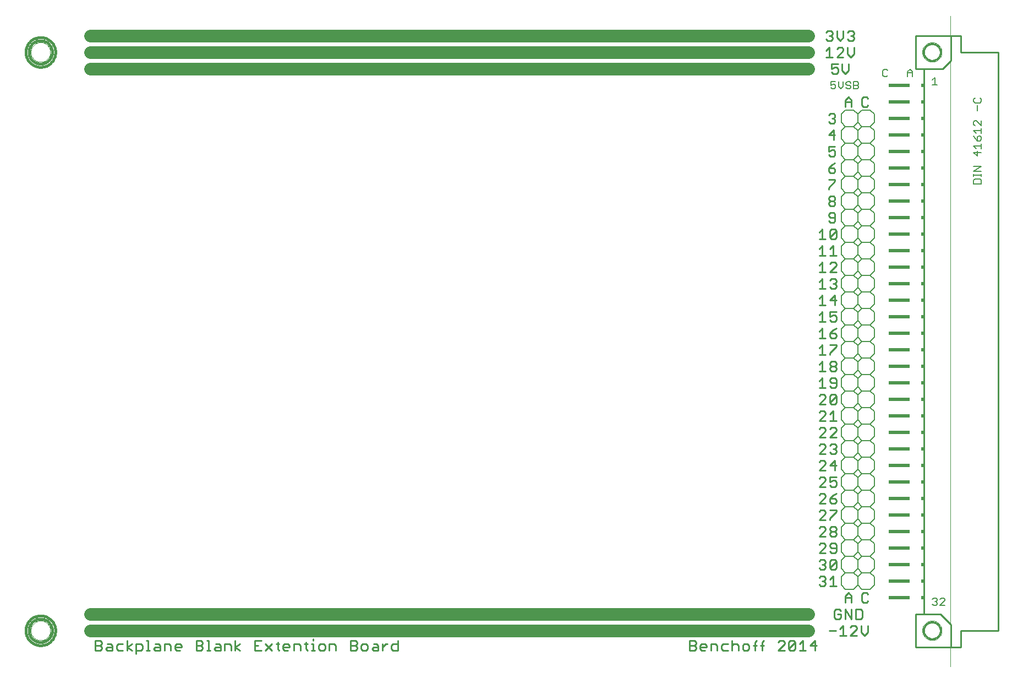
<source format=gto>
G75*
G70*
%OFA0B0*%
%FSLAX24Y24*%
%IPPOS*%
%LPD*%
%AMOC8*
5,1,8,0,0,1.08239X$1,22.5*
%
%ADD10C,0.0110*%
%ADD11C,0.0080*%
%ADD12C,0.0760*%
%ADD13C,0.0100*%
%ADD14C,0.0000*%
%ADD15C,0.0050*%
%ADD16R,0.0150X0.0200*%
%ADD17R,0.1300X0.0200*%
%ADD18C,0.0160*%
D10*
X006235Y001095D02*
X006530Y001095D01*
X006629Y001193D01*
X006629Y001292D01*
X006530Y001390D01*
X006235Y001390D01*
X006235Y001095D02*
X006235Y001686D01*
X006530Y001686D01*
X006629Y001587D01*
X006629Y001489D01*
X006530Y001390D01*
X006880Y001193D02*
X006978Y001095D01*
X007273Y001095D01*
X007273Y001390D01*
X007175Y001489D01*
X006978Y001489D01*
X006978Y001292D02*
X007273Y001292D01*
X007524Y001390D02*
X007524Y001193D01*
X007623Y001095D01*
X007918Y001095D01*
X008169Y001095D02*
X008169Y001686D01*
X007918Y001489D02*
X007623Y001489D01*
X007524Y001390D01*
X006978Y001292D02*
X006880Y001193D01*
X008169Y001292D02*
X008464Y001095D01*
X008706Y001095D02*
X009001Y001095D01*
X009099Y001193D01*
X009099Y001390D01*
X009001Y001489D01*
X008706Y001489D01*
X008706Y000898D01*
X008464Y001489D02*
X008169Y001292D01*
X009350Y001095D02*
X009547Y001095D01*
X009449Y001095D02*
X009449Y001686D01*
X009350Y001686D01*
X009878Y001489D02*
X010075Y001489D01*
X010174Y001390D01*
X010174Y001095D01*
X009878Y001095D01*
X009780Y001193D01*
X009878Y001292D01*
X010174Y001292D01*
X010425Y001095D02*
X010425Y001489D01*
X010720Y001489D01*
X010818Y001390D01*
X010818Y001095D01*
X011069Y001193D02*
X011069Y001390D01*
X011168Y001489D01*
X011364Y001489D01*
X011463Y001390D01*
X011463Y001292D01*
X011069Y001292D01*
X011069Y001193D02*
X011168Y001095D01*
X011364Y001095D01*
X012358Y001095D02*
X012358Y001686D01*
X012653Y001686D01*
X012752Y001587D01*
X012752Y001489D01*
X012653Y001390D01*
X012358Y001390D01*
X012358Y001095D02*
X012653Y001095D01*
X012752Y001193D01*
X012752Y001292D01*
X012653Y001390D01*
X013003Y001095D02*
X013200Y001095D01*
X013101Y001095D02*
X013101Y001686D01*
X013003Y001686D01*
X013531Y001489D02*
X013728Y001489D01*
X013826Y001390D01*
X013826Y001095D01*
X013531Y001095D01*
X013432Y001193D01*
X013531Y001292D01*
X013826Y001292D01*
X014077Y001095D02*
X014077Y001489D01*
X014372Y001489D01*
X014471Y001390D01*
X014471Y001095D01*
X014722Y001095D02*
X014722Y001686D01*
X015017Y001489D02*
X014722Y001292D01*
X015017Y001095D01*
X015903Y001095D02*
X015903Y001686D01*
X016297Y001686D01*
X016548Y001489D02*
X016941Y001095D01*
X017291Y001193D02*
X017389Y001095D01*
X017291Y001193D02*
X017291Y001587D01*
X017389Y001489D02*
X017192Y001489D01*
X016941Y001489D02*
X016548Y001095D01*
X016297Y001095D02*
X015903Y001095D01*
X015903Y001390D02*
X016100Y001390D01*
X017622Y001390D02*
X017720Y001489D01*
X017917Y001489D01*
X018016Y001390D01*
X018016Y001292D01*
X017622Y001292D01*
X017622Y001390D02*
X017622Y001193D01*
X017720Y001095D01*
X017917Y001095D01*
X018267Y001095D02*
X018267Y001489D01*
X018562Y001489D01*
X018660Y001390D01*
X018660Y001095D01*
X019010Y001193D02*
X019108Y001095D01*
X019010Y001193D02*
X019010Y001587D01*
X019108Y001489D02*
X018911Y001489D01*
X019341Y001489D02*
X019439Y001489D01*
X019439Y001095D01*
X019341Y001095D02*
X019538Y001095D01*
X019771Y001193D02*
X019869Y001095D01*
X020066Y001095D01*
X020164Y001193D01*
X020164Y001390D01*
X020066Y001489D01*
X019869Y001489D01*
X019771Y001390D01*
X019771Y001193D01*
X019439Y001686D02*
X019439Y001784D01*
X020415Y001489D02*
X020415Y001095D01*
X020415Y001489D02*
X020710Y001489D01*
X020809Y001390D01*
X020809Y001095D01*
X021704Y001095D02*
X021999Y001095D01*
X022098Y001193D01*
X022098Y001292D01*
X021999Y001390D01*
X021704Y001390D01*
X021704Y001095D02*
X021704Y001686D01*
X021999Y001686D01*
X022098Y001587D01*
X022098Y001489D01*
X021999Y001390D01*
X022349Y001390D02*
X022349Y001193D01*
X022447Y001095D01*
X022644Y001095D01*
X022742Y001193D01*
X022742Y001390D01*
X022644Y001489D01*
X022447Y001489D01*
X022349Y001390D01*
X022993Y001193D02*
X023092Y001095D01*
X023387Y001095D01*
X023387Y001390D01*
X023289Y001489D01*
X023092Y001489D01*
X023092Y001292D02*
X023387Y001292D01*
X023638Y001292D02*
X023835Y001489D01*
X023933Y001489D01*
X024175Y001390D02*
X024273Y001489D01*
X024569Y001489D01*
X024569Y001686D02*
X024569Y001095D01*
X024273Y001095D01*
X024175Y001193D01*
X024175Y001390D01*
X023638Y001489D02*
X023638Y001095D01*
X023092Y001292D02*
X022993Y001193D01*
X042235Y001095D02*
X042530Y001095D01*
X042629Y001193D01*
X042629Y001292D01*
X042530Y001390D01*
X042235Y001390D01*
X042235Y001095D02*
X042235Y001686D01*
X042530Y001686D01*
X042629Y001587D01*
X042629Y001489D01*
X042530Y001390D01*
X042880Y001390D02*
X042978Y001489D01*
X043175Y001489D01*
X043273Y001390D01*
X043273Y001292D01*
X042880Y001292D01*
X042880Y001390D02*
X042880Y001193D01*
X042978Y001095D01*
X043175Y001095D01*
X043524Y001095D02*
X043524Y001489D01*
X043819Y001489D01*
X043918Y001390D01*
X043918Y001095D01*
X044169Y001193D02*
X044267Y001095D01*
X044562Y001095D01*
X044813Y001095D02*
X044813Y001686D01*
X044912Y001489D02*
X045108Y001489D01*
X045207Y001390D01*
X045207Y001095D01*
X045458Y001193D02*
X045556Y001095D01*
X045753Y001095D01*
X045851Y001193D01*
X045851Y001390D01*
X045753Y001489D01*
X045556Y001489D01*
X045458Y001390D01*
X045458Y001193D01*
X044912Y001489D02*
X044813Y001390D01*
X044562Y001489D02*
X044267Y001489D01*
X044169Y001390D01*
X044169Y001193D01*
X046102Y001390D02*
X046299Y001390D01*
X046201Y001587D02*
X046201Y001095D01*
X046630Y001095D02*
X046630Y001587D01*
X046729Y001686D01*
X046729Y001390D02*
X046532Y001390D01*
X046299Y001686D02*
X046201Y001587D01*
X047606Y001587D02*
X047705Y001686D01*
X047901Y001686D01*
X048000Y001587D01*
X048000Y001489D01*
X047606Y001095D01*
X048000Y001095D01*
X048251Y001193D02*
X048644Y001587D01*
X048644Y001193D01*
X048546Y001095D01*
X048349Y001095D01*
X048251Y001193D01*
X048251Y001587D01*
X048349Y001686D01*
X048546Y001686D01*
X048644Y001587D01*
X048895Y001489D02*
X049092Y001686D01*
X049092Y001095D01*
X048895Y001095D02*
X049289Y001095D01*
X049540Y001390D02*
X049934Y001390D01*
X049835Y001095D02*
X049835Y001686D01*
X049540Y001390D01*
X050696Y002290D02*
X051090Y002290D01*
X051340Y002389D02*
X051537Y002586D01*
X051537Y001995D01*
X051340Y001995D02*
X051734Y001995D01*
X051985Y001995D02*
X052379Y002389D01*
X052379Y002487D01*
X052280Y002586D01*
X052083Y002586D01*
X051985Y002487D01*
X051985Y001995D02*
X052379Y001995D01*
X052630Y002192D02*
X052630Y002586D01*
X053023Y002586D02*
X053023Y002192D01*
X052826Y001995D01*
X052630Y002192D01*
X052603Y002995D02*
X052307Y002995D01*
X052307Y003586D01*
X052603Y003586D01*
X052701Y003487D01*
X052701Y003093D01*
X052603Y002995D01*
X052056Y002995D02*
X052056Y003586D01*
X051663Y003586D02*
X052056Y002995D01*
X051663Y002995D02*
X051663Y003586D01*
X051412Y003487D02*
X051313Y003586D01*
X051117Y003586D01*
X051018Y003487D01*
X051018Y003093D01*
X051117Y002995D01*
X051313Y002995D01*
X051412Y003093D01*
X051412Y003290D01*
X051215Y003290D01*
X051663Y003995D02*
X051663Y004389D01*
X051860Y004586D01*
X052056Y004389D01*
X052056Y003995D01*
X052056Y004290D02*
X051663Y004290D01*
X051129Y004995D02*
X050735Y004995D01*
X050932Y004995D02*
X050932Y005586D01*
X050735Y005389D01*
X050484Y005389D02*
X050386Y005290D01*
X050484Y005192D01*
X050484Y005093D01*
X050386Y004995D01*
X050189Y004995D01*
X050090Y005093D01*
X050287Y005290D02*
X050386Y005290D01*
X050484Y005389D02*
X050484Y005487D01*
X050386Y005586D01*
X050189Y005586D01*
X050090Y005487D01*
X050189Y005995D02*
X050090Y006093D01*
X050189Y005995D02*
X050386Y005995D01*
X050484Y006093D01*
X050484Y006192D01*
X050386Y006290D01*
X050287Y006290D01*
X050386Y006290D02*
X050484Y006389D01*
X050484Y006487D01*
X050386Y006586D01*
X050189Y006586D01*
X050090Y006487D01*
X050090Y006995D02*
X050484Y007389D01*
X050484Y007487D01*
X050386Y007586D01*
X050189Y007586D01*
X050090Y007487D01*
X050090Y006995D02*
X050484Y006995D01*
X050735Y007093D02*
X050833Y006995D01*
X051030Y006995D01*
X051129Y007093D01*
X051129Y007487D01*
X051030Y007586D01*
X050833Y007586D01*
X050735Y007487D01*
X050735Y007389D01*
X050833Y007290D01*
X051129Y007290D01*
X051030Y006586D02*
X051129Y006487D01*
X050735Y006093D01*
X050833Y005995D01*
X051030Y005995D01*
X051129Y006093D01*
X051129Y006487D01*
X051030Y006586D02*
X050833Y006586D01*
X050735Y006487D01*
X050735Y006093D01*
X052663Y004487D02*
X052663Y004093D01*
X052761Y003995D01*
X052958Y003995D01*
X053056Y004093D01*
X053056Y004487D02*
X052958Y004586D01*
X052761Y004586D01*
X052663Y004487D01*
X051030Y007995D02*
X050833Y007995D01*
X050735Y008093D01*
X050735Y008192D01*
X050833Y008290D01*
X051030Y008290D01*
X051129Y008192D01*
X051129Y008093D01*
X051030Y007995D01*
X051030Y008290D02*
X051129Y008389D01*
X051129Y008487D01*
X051030Y008586D01*
X050833Y008586D01*
X050735Y008487D01*
X050735Y008389D01*
X050833Y008290D01*
X050484Y008389D02*
X050484Y008487D01*
X050386Y008586D01*
X050189Y008586D01*
X050090Y008487D01*
X050484Y008389D02*
X050090Y007995D01*
X050484Y007995D01*
X050484Y008995D02*
X050090Y008995D01*
X050484Y009389D01*
X050484Y009487D01*
X050386Y009586D01*
X050189Y009586D01*
X050090Y009487D01*
X050735Y009586D02*
X051129Y009586D01*
X051129Y009487D01*
X050735Y009093D01*
X050735Y008995D01*
X050833Y009995D02*
X051030Y009995D01*
X051129Y010093D01*
X051129Y010192D01*
X051030Y010290D01*
X050735Y010290D01*
X050735Y010093D01*
X050833Y009995D01*
X050735Y010290D02*
X050932Y010487D01*
X051129Y010586D01*
X051030Y010995D02*
X050833Y010995D01*
X050735Y011093D01*
X050735Y011290D02*
X050932Y011389D01*
X051030Y011389D01*
X051129Y011290D01*
X051129Y011093D01*
X051030Y010995D01*
X050735Y011290D02*
X050735Y011586D01*
X051129Y011586D01*
X051030Y011995D02*
X051030Y012586D01*
X050735Y012290D01*
X051129Y012290D01*
X050484Y012389D02*
X050090Y011995D01*
X050484Y011995D01*
X050484Y012389D02*
X050484Y012487D01*
X050386Y012586D01*
X050189Y012586D01*
X050090Y012487D01*
X050090Y012995D02*
X050484Y013389D01*
X050484Y013487D01*
X050386Y013586D01*
X050189Y013586D01*
X050090Y013487D01*
X050090Y013995D02*
X050484Y014389D01*
X050484Y014487D01*
X050386Y014586D01*
X050189Y014586D01*
X050090Y014487D01*
X050090Y013995D02*
X050484Y013995D01*
X050735Y013995D02*
X051129Y014389D01*
X051129Y014487D01*
X051030Y014586D01*
X050833Y014586D01*
X050735Y014487D01*
X050735Y013995D02*
X051129Y013995D01*
X051030Y013586D02*
X051129Y013487D01*
X051129Y013389D01*
X051030Y013290D01*
X051129Y013192D01*
X051129Y013093D01*
X051030Y012995D01*
X050833Y012995D01*
X050735Y013093D01*
X050484Y012995D02*
X050090Y012995D01*
X050932Y013290D02*
X051030Y013290D01*
X051030Y013586D02*
X050833Y013586D01*
X050735Y013487D01*
X050735Y014995D02*
X051129Y014995D01*
X050932Y014995D02*
X050932Y015586D01*
X050735Y015389D01*
X050484Y015389D02*
X050090Y014995D01*
X050484Y014995D01*
X050484Y015389D02*
X050484Y015487D01*
X050386Y015586D01*
X050189Y015586D01*
X050090Y015487D01*
X050090Y015995D02*
X050484Y016389D01*
X050484Y016487D01*
X050386Y016586D01*
X050189Y016586D01*
X050090Y016487D01*
X050090Y015995D02*
X050484Y015995D01*
X050735Y016093D02*
X051129Y016487D01*
X051129Y016093D01*
X051030Y015995D01*
X050833Y015995D01*
X050735Y016093D01*
X050735Y016487D01*
X050833Y016586D01*
X051030Y016586D01*
X051129Y016487D01*
X051030Y016995D02*
X051129Y017093D01*
X051129Y017487D01*
X051030Y017586D01*
X050833Y017586D01*
X050735Y017487D01*
X050735Y017389D01*
X050833Y017290D01*
X051129Y017290D01*
X051030Y016995D02*
X050833Y016995D01*
X050735Y017093D01*
X050484Y016995D02*
X050090Y016995D01*
X050287Y016995D02*
X050287Y017586D01*
X050090Y017389D01*
X050090Y017995D02*
X050484Y017995D01*
X050287Y017995D02*
X050287Y018586D01*
X050090Y018389D01*
X050090Y018995D02*
X050484Y018995D01*
X050287Y018995D02*
X050287Y019586D01*
X050090Y019389D01*
X050735Y019586D02*
X051129Y019586D01*
X051129Y019487D01*
X050735Y019093D01*
X050735Y018995D01*
X050833Y018586D02*
X051030Y018586D01*
X051129Y018487D01*
X051129Y018389D01*
X051030Y018290D01*
X050833Y018290D01*
X050735Y018389D01*
X050735Y018487D01*
X050833Y018586D01*
X050833Y018290D02*
X050735Y018192D01*
X050735Y018093D01*
X050833Y017995D01*
X051030Y017995D01*
X051129Y018093D01*
X051129Y018192D01*
X051030Y018290D01*
X051030Y019995D02*
X051129Y020093D01*
X051129Y020192D01*
X051030Y020290D01*
X050735Y020290D01*
X050735Y020093D01*
X050833Y019995D01*
X051030Y019995D01*
X050735Y020290D02*
X050932Y020487D01*
X051129Y020586D01*
X051030Y020995D02*
X050833Y020995D01*
X050735Y021093D01*
X050735Y021290D02*
X050932Y021389D01*
X051030Y021389D01*
X051129Y021290D01*
X051129Y021093D01*
X051030Y020995D01*
X050735Y021290D02*
X050735Y021586D01*
X051129Y021586D01*
X051030Y021995D02*
X051030Y022586D01*
X050735Y022290D01*
X051129Y022290D01*
X050484Y021995D02*
X050090Y021995D01*
X050287Y021995D02*
X050287Y022586D01*
X050090Y022389D01*
X050090Y022995D02*
X050484Y022995D01*
X050287Y022995D02*
X050287Y023586D01*
X050090Y023389D01*
X050090Y023995D02*
X050484Y023995D01*
X050287Y023995D02*
X050287Y024586D01*
X050090Y024389D01*
X050735Y024487D02*
X050833Y024586D01*
X051030Y024586D01*
X051129Y024487D01*
X051129Y024389D01*
X050735Y023995D01*
X051129Y023995D01*
X051030Y023586D02*
X051129Y023487D01*
X051129Y023389D01*
X051030Y023290D01*
X051129Y023192D01*
X051129Y023093D01*
X051030Y022995D01*
X050833Y022995D01*
X050735Y023093D01*
X050932Y023290D02*
X051030Y023290D01*
X051030Y023586D02*
X050833Y023586D01*
X050735Y023487D01*
X050735Y024995D02*
X051129Y024995D01*
X050932Y024995D02*
X050932Y025586D01*
X050735Y025389D01*
X050484Y024995D02*
X050090Y024995D01*
X050287Y024995D02*
X050287Y025586D01*
X050090Y025389D01*
X050090Y025995D02*
X050484Y025995D01*
X050287Y025995D02*
X050287Y026586D01*
X050090Y026389D01*
X050735Y026487D02*
X050735Y026093D01*
X051129Y026487D01*
X051129Y026093D01*
X051030Y025995D01*
X050833Y025995D01*
X050735Y026093D01*
X050735Y026487D02*
X050833Y026586D01*
X051030Y026586D01*
X051129Y026487D01*
X050958Y026995D02*
X051056Y027093D01*
X051056Y027487D01*
X050958Y027586D01*
X050761Y027586D01*
X050663Y027487D01*
X050663Y027389D01*
X050761Y027290D01*
X051056Y027290D01*
X050958Y026995D02*
X050761Y026995D01*
X050663Y027093D01*
X050761Y027995D02*
X050663Y028093D01*
X050663Y028192D01*
X050761Y028290D01*
X050958Y028290D01*
X051056Y028192D01*
X051056Y028093D01*
X050958Y027995D01*
X050761Y027995D01*
X050761Y028290D02*
X050663Y028389D01*
X050663Y028487D01*
X050761Y028586D01*
X050958Y028586D01*
X051056Y028487D01*
X051056Y028389D01*
X050958Y028290D01*
X050663Y028995D02*
X050663Y029093D01*
X051056Y029487D01*
X051056Y029586D01*
X050663Y029586D01*
X050761Y029995D02*
X050958Y029995D01*
X051056Y030093D01*
X051056Y030192D01*
X050958Y030290D01*
X050663Y030290D01*
X050663Y030093D01*
X050761Y029995D01*
X050663Y030290D02*
X050860Y030487D01*
X051056Y030586D01*
X050958Y030995D02*
X050761Y030995D01*
X050663Y031093D01*
X050663Y031290D02*
X050860Y031389D01*
X050958Y031389D01*
X051056Y031290D01*
X051056Y031093D01*
X050958Y030995D01*
X050663Y031290D02*
X050663Y031586D01*
X051056Y031586D01*
X050958Y031995D02*
X050958Y032586D01*
X050663Y032290D01*
X051056Y032290D01*
X050958Y032995D02*
X050761Y032995D01*
X050663Y033093D01*
X050860Y033290D02*
X050958Y033290D01*
X051056Y033192D01*
X051056Y033093D01*
X050958Y032995D01*
X050958Y033290D02*
X051056Y033389D01*
X051056Y033487D01*
X050958Y033586D01*
X050761Y033586D01*
X050663Y033487D01*
X051663Y033995D02*
X051663Y034389D01*
X051860Y034586D01*
X052056Y034389D01*
X052056Y033995D01*
X052056Y034290D02*
X051663Y034290D01*
X052663Y034093D02*
X052761Y033995D01*
X052958Y033995D01*
X053056Y034093D01*
X052663Y034093D02*
X052663Y034487D01*
X052761Y034586D01*
X052958Y034586D01*
X053056Y034487D01*
X051682Y035995D02*
X051879Y036192D01*
X051879Y036586D01*
X051485Y036586D02*
X051485Y036192D01*
X051682Y035995D01*
X051234Y036093D02*
X051136Y035995D01*
X050939Y035995D01*
X050840Y036093D01*
X050840Y036290D02*
X051037Y036389D01*
X051136Y036389D01*
X051234Y036290D01*
X051234Y036093D01*
X050840Y036290D02*
X050840Y036586D01*
X051234Y036586D01*
X051163Y036995D02*
X051556Y037389D01*
X051556Y037487D01*
X051458Y037586D01*
X051261Y037586D01*
X051163Y037487D01*
X050715Y037586D02*
X050715Y036995D01*
X050518Y036995D02*
X050912Y036995D01*
X051163Y036995D02*
X051556Y036995D01*
X051807Y037192D02*
X052004Y036995D01*
X052201Y037192D01*
X052201Y037586D01*
X051807Y037586D02*
X051807Y037192D01*
X050715Y037586D02*
X050518Y037389D01*
X050617Y037995D02*
X050518Y038093D01*
X050617Y037995D02*
X050813Y037995D01*
X050912Y038093D01*
X050912Y038192D01*
X050813Y038290D01*
X050715Y038290D01*
X050813Y038290D02*
X050912Y038389D01*
X050912Y038487D01*
X050813Y038586D01*
X050617Y038586D01*
X050518Y038487D01*
X051163Y038586D02*
X051163Y038192D01*
X051360Y037995D01*
X051556Y038192D01*
X051556Y038586D01*
X051807Y038487D02*
X051906Y038586D01*
X052103Y038586D01*
X052201Y038487D01*
X052201Y038389D01*
X052103Y038290D01*
X052201Y038192D01*
X052201Y038093D01*
X052103Y037995D01*
X051906Y037995D01*
X051807Y038093D01*
X052004Y038290D02*
X052103Y038290D01*
X050287Y021586D02*
X050287Y020995D01*
X050090Y020995D02*
X050484Y020995D01*
X050287Y020586D02*
X050287Y019995D01*
X050090Y019995D02*
X050484Y019995D01*
X050090Y020389D02*
X050287Y020586D01*
X050090Y021389D02*
X050287Y021586D01*
X050189Y011586D02*
X050090Y011487D01*
X050189Y011586D02*
X050386Y011586D01*
X050484Y011487D01*
X050484Y011389D01*
X050090Y010995D01*
X050484Y010995D01*
X050386Y010586D02*
X050189Y010586D01*
X050090Y010487D01*
X050386Y010586D02*
X050484Y010487D01*
X050484Y010389D01*
X050090Y009995D01*
X050484Y009995D01*
D11*
X051430Y010040D02*
X051680Y009790D01*
X051430Y009540D01*
X051430Y009040D01*
X051680Y008790D01*
X051430Y008540D01*
X051430Y008040D01*
X051680Y007790D01*
X051430Y007540D01*
X051430Y007040D01*
X051680Y006790D01*
X051430Y006540D01*
X051430Y006040D01*
X051680Y005790D01*
X051430Y005540D01*
X051430Y005040D01*
X051680Y004790D01*
X052180Y004790D01*
X052430Y005040D01*
X052430Y005540D01*
X052180Y005790D01*
X051680Y005790D01*
X052180Y005790D01*
X052430Y006040D01*
X052430Y006540D01*
X052180Y006790D01*
X051680Y006790D01*
X052180Y006790D01*
X052430Y007040D01*
X052430Y007540D01*
X052180Y007790D01*
X051680Y007790D01*
X052180Y007790D01*
X052430Y008040D01*
X052430Y008540D01*
X052180Y008790D01*
X051680Y008790D01*
X052180Y008790D01*
X052430Y009040D01*
X052430Y009540D01*
X052180Y009790D01*
X051680Y009790D01*
X052180Y009790D01*
X052430Y010040D01*
X052430Y010540D01*
X052180Y010790D01*
X051680Y010790D01*
X051430Y010540D01*
X051430Y010040D01*
X052430Y010040D02*
X052430Y010540D01*
X052680Y010790D01*
X053180Y010790D01*
X053430Y010540D01*
X053430Y010040D01*
X053180Y009790D01*
X052680Y009790D01*
X052430Y009540D01*
X052430Y009040D01*
X052680Y008790D01*
X052430Y008540D01*
X052430Y008040D01*
X052680Y007790D01*
X052430Y007540D01*
X052430Y007040D01*
X052680Y006790D01*
X052430Y006540D01*
X052430Y006040D01*
X052680Y005790D01*
X052430Y005540D01*
X052430Y005040D01*
X052680Y004790D01*
X053180Y004790D01*
X053430Y005040D01*
X053430Y005540D01*
X053180Y005790D01*
X052680Y005790D01*
X053180Y005790D01*
X053430Y006040D01*
X053430Y006540D01*
X053180Y006790D01*
X052680Y006790D01*
X053180Y006790D01*
X053430Y007040D01*
X053430Y007540D01*
X053180Y007790D01*
X052680Y007790D01*
X053180Y007790D01*
X053430Y008040D01*
X053430Y008540D01*
X053180Y008790D01*
X052680Y008790D01*
X053180Y008790D01*
X053430Y009040D01*
X053430Y009540D01*
X053180Y009790D01*
X052680Y009790D01*
X052430Y010040D01*
X052180Y010790D02*
X051680Y010790D01*
X051430Y011040D01*
X051430Y011540D01*
X051680Y011790D01*
X052180Y011790D01*
X052430Y011540D01*
X052430Y011040D01*
X052180Y010790D01*
X052430Y011040D02*
X052680Y010790D01*
X053180Y010790D01*
X053430Y011040D01*
X053430Y011540D01*
X053180Y011790D01*
X052680Y011790D01*
X052430Y011540D01*
X052430Y011040D01*
X052180Y011790D02*
X051680Y011790D01*
X051430Y012040D01*
X051430Y012540D01*
X051680Y012790D01*
X052180Y012790D01*
X052430Y012540D01*
X052430Y012040D01*
X052180Y011790D01*
X052430Y012040D02*
X052680Y011790D01*
X053180Y011790D01*
X053430Y012040D01*
X053430Y012540D01*
X053180Y012790D01*
X052680Y012790D01*
X052430Y012540D01*
X052430Y012040D01*
X052180Y012790D02*
X051680Y012790D01*
X051430Y013040D01*
X051430Y013540D01*
X051680Y013790D01*
X052180Y013790D01*
X052430Y013540D01*
X052430Y013040D01*
X052180Y012790D01*
X052430Y013040D02*
X052680Y012790D01*
X053180Y012790D01*
X053430Y013040D01*
X053430Y013540D01*
X053180Y013790D01*
X052680Y013790D01*
X052430Y013540D01*
X052430Y013040D01*
X052180Y013790D02*
X051680Y013790D01*
X051430Y014040D01*
X051430Y014540D01*
X051680Y014790D01*
X052180Y014790D01*
X052430Y014540D01*
X052430Y014040D01*
X052180Y013790D01*
X052430Y014040D02*
X052680Y013790D01*
X053180Y013790D01*
X053430Y014040D01*
X053430Y014540D01*
X053180Y014790D01*
X052680Y014790D01*
X052430Y014540D01*
X052430Y014040D01*
X052180Y014790D02*
X051680Y014790D01*
X051430Y015040D01*
X051430Y015540D01*
X051680Y015790D01*
X052180Y015790D01*
X052430Y015540D01*
X052430Y015040D01*
X052180Y014790D01*
X052430Y015040D02*
X052680Y014790D01*
X053180Y014790D01*
X053430Y015040D01*
X053430Y015540D01*
X053180Y015790D01*
X052680Y015790D01*
X052430Y015540D01*
X052430Y015040D01*
X052180Y015790D02*
X051680Y015790D01*
X051430Y016040D01*
X051430Y016540D01*
X051680Y016790D01*
X052180Y016790D01*
X052430Y016540D01*
X052430Y016040D01*
X052180Y015790D01*
X052430Y016040D02*
X052680Y015790D01*
X053180Y015790D01*
X053430Y016040D01*
X053430Y016540D01*
X053180Y016790D01*
X052680Y016790D01*
X052430Y016540D01*
X052430Y016040D01*
X052180Y016790D02*
X051680Y016790D01*
X051430Y017040D01*
X051430Y017540D01*
X051680Y017790D01*
X052180Y017790D01*
X052430Y017540D01*
X052430Y017040D01*
X052180Y016790D01*
X052430Y017040D02*
X052680Y016790D01*
X053180Y016790D01*
X053430Y017040D01*
X053430Y017540D01*
X053180Y017790D01*
X052680Y017790D01*
X052430Y017540D01*
X052430Y017040D01*
X052180Y017790D02*
X051680Y017790D01*
X051430Y018040D01*
X051430Y018540D01*
X051680Y018790D01*
X052180Y018790D01*
X052430Y018540D01*
X052430Y018040D01*
X052180Y017790D01*
X052430Y018040D02*
X052680Y017790D01*
X053180Y017790D01*
X053430Y018040D01*
X053430Y018540D01*
X053180Y018790D01*
X052680Y018790D01*
X052430Y018540D01*
X052430Y018040D01*
X052180Y018790D02*
X051680Y018790D01*
X051430Y019040D01*
X051430Y019540D01*
X051680Y019790D01*
X052180Y019790D01*
X052430Y019540D01*
X052430Y019040D01*
X052180Y018790D01*
X052430Y019040D02*
X052680Y018790D01*
X053180Y018790D01*
X053430Y019040D01*
X053430Y019540D01*
X053180Y019790D01*
X052680Y019790D01*
X052430Y019540D01*
X052430Y019040D01*
X052180Y019790D02*
X051680Y019790D01*
X051430Y020040D01*
X051430Y020540D01*
X051680Y020790D01*
X052180Y020790D01*
X052430Y020540D01*
X052430Y020040D01*
X052180Y019790D01*
X052430Y020040D02*
X052680Y019790D01*
X053180Y019790D01*
X053430Y020040D01*
X053430Y020540D01*
X053180Y020790D01*
X052680Y020790D01*
X052430Y020540D01*
X052430Y020040D01*
X052180Y020790D02*
X051680Y020790D01*
X051430Y021040D01*
X051430Y021540D01*
X051680Y021790D01*
X052180Y021790D01*
X052430Y021540D01*
X052430Y021040D01*
X052180Y020790D01*
X052430Y021040D02*
X052680Y020790D01*
X053180Y020790D01*
X053430Y021040D01*
X053430Y021540D01*
X053180Y021790D01*
X052680Y021790D01*
X052430Y021540D01*
X052430Y021040D01*
X052180Y021790D02*
X051680Y021790D01*
X051430Y022040D01*
X051430Y022540D01*
X051680Y022790D01*
X052180Y022790D01*
X052430Y022540D01*
X052430Y022040D01*
X052180Y021790D01*
X052430Y022040D02*
X052680Y021790D01*
X053180Y021790D01*
X053430Y022040D01*
X053430Y022540D01*
X053180Y022790D01*
X052680Y022790D01*
X052430Y022540D01*
X052430Y022040D01*
X052180Y022790D02*
X051680Y022790D01*
X051430Y023040D01*
X051430Y023540D01*
X051680Y023790D01*
X052180Y023790D01*
X052430Y023540D01*
X052430Y023040D01*
X052180Y022790D01*
X052430Y023040D02*
X052680Y022790D01*
X053180Y022790D01*
X053430Y023040D01*
X053430Y023540D01*
X053180Y023790D01*
X052680Y023790D01*
X052430Y023540D01*
X052430Y023040D01*
X052180Y023790D02*
X051680Y023790D01*
X051430Y024040D01*
X051430Y024540D01*
X051680Y024790D01*
X052180Y024790D01*
X052430Y024540D01*
X052430Y024040D01*
X052180Y023790D01*
X052430Y024040D02*
X052680Y023790D01*
X053180Y023790D01*
X053430Y024040D01*
X053430Y024540D01*
X053180Y024790D01*
X052680Y024790D01*
X052430Y024540D01*
X052430Y024040D01*
X052180Y024790D02*
X051680Y024790D01*
X051430Y025040D01*
X051430Y025540D01*
X051680Y025790D01*
X052180Y025790D01*
X052430Y025540D01*
X052430Y025040D01*
X052180Y024790D01*
X052430Y025040D02*
X052680Y024790D01*
X053180Y024790D01*
X053430Y025040D01*
X053430Y025540D01*
X053180Y025790D01*
X052680Y025790D01*
X052430Y025540D01*
X052430Y025040D01*
X052180Y025790D02*
X051680Y025790D01*
X051430Y026040D01*
X051430Y026540D01*
X051680Y026790D01*
X052180Y026790D01*
X052430Y026540D01*
X052430Y026040D01*
X052180Y025790D01*
X052430Y026040D02*
X052680Y025790D01*
X053180Y025790D01*
X053430Y026040D01*
X053430Y026540D01*
X053180Y026790D01*
X052680Y026790D01*
X052430Y026540D01*
X052430Y026040D01*
X052180Y026790D02*
X051680Y026790D01*
X051430Y027040D01*
X051430Y027540D01*
X051680Y027790D01*
X052180Y027790D01*
X052430Y027540D01*
X052430Y027040D01*
X052180Y026790D01*
X052430Y027040D02*
X052680Y026790D01*
X053180Y026790D01*
X053430Y027040D01*
X053430Y027540D01*
X053180Y027790D01*
X052680Y027790D01*
X052430Y027540D01*
X052430Y027040D01*
X052180Y027790D02*
X051680Y027790D01*
X051430Y028040D01*
X051430Y028540D01*
X051680Y028790D01*
X052180Y028790D01*
X052430Y028540D01*
X052430Y028040D01*
X052180Y027790D01*
X052430Y028040D02*
X052680Y027790D01*
X053180Y027790D01*
X053430Y028040D01*
X053430Y028540D01*
X053180Y028790D01*
X052680Y028790D01*
X052430Y028540D01*
X052430Y028040D01*
X052180Y028790D02*
X051680Y028790D01*
X051430Y029040D01*
X051430Y029540D01*
X051680Y029790D01*
X052180Y029790D01*
X052430Y029540D01*
X052430Y029040D01*
X052180Y028790D01*
X052430Y029040D02*
X052680Y028790D01*
X053180Y028790D01*
X053430Y029040D01*
X053430Y029540D01*
X053180Y029790D01*
X052680Y029790D01*
X052430Y029540D01*
X052430Y029040D01*
X052180Y029790D02*
X051680Y029790D01*
X051430Y030040D01*
X051430Y030540D01*
X051680Y030790D01*
X052180Y030790D01*
X052430Y030540D01*
X052430Y030040D01*
X052180Y029790D01*
X052430Y030040D02*
X052680Y029790D01*
X053180Y029790D01*
X053430Y030040D01*
X053430Y030540D01*
X053180Y030790D01*
X052680Y030790D01*
X052430Y030540D01*
X052430Y030040D01*
X052180Y030790D02*
X051680Y030790D01*
X051430Y031040D01*
X051430Y031540D01*
X051680Y031790D01*
X052180Y031790D01*
X052430Y031540D01*
X052430Y031040D01*
X052180Y030790D01*
X052430Y031040D02*
X052680Y030790D01*
X053180Y030790D01*
X053430Y031040D01*
X053430Y031540D01*
X053180Y031790D01*
X052680Y031790D01*
X052430Y031540D01*
X052430Y031040D01*
X052180Y031790D02*
X051680Y031790D01*
X051430Y032040D01*
X051430Y032540D01*
X051680Y032790D01*
X052180Y032790D01*
X052430Y032540D01*
X052430Y032040D01*
X052180Y031790D01*
X052430Y032040D02*
X052680Y031790D01*
X053180Y031790D01*
X053430Y032040D01*
X053430Y032540D01*
X053180Y032790D01*
X052680Y032790D01*
X052430Y032540D01*
X052430Y032040D01*
X052180Y032790D02*
X051680Y032790D01*
X051430Y033040D01*
X051430Y033540D01*
X051680Y033790D01*
X052180Y033790D01*
X052430Y033540D01*
X052430Y033040D01*
X052180Y032790D01*
X052430Y033040D02*
X052680Y032790D01*
X053180Y032790D01*
X053430Y033040D01*
X053430Y033540D01*
X053180Y033790D01*
X052680Y033790D01*
X052430Y033540D01*
X052430Y033040D01*
X052391Y035080D02*
X052180Y035080D01*
X052180Y035500D01*
X052391Y035500D01*
X052461Y035430D01*
X052461Y035360D01*
X052391Y035290D01*
X052180Y035290D01*
X052000Y035220D02*
X051930Y035290D01*
X051790Y035290D01*
X051720Y035360D01*
X051720Y035430D01*
X051790Y035500D01*
X051930Y035500D01*
X052000Y035430D01*
X052000Y035220D02*
X052000Y035150D01*
X051930Y035080D01*
X051790Y035080D01*
X051720Y035150D01*
X051540Y035220D02*
X051540Y035500D01*
X051540Y035220D02*
X051400Y035080D01*
X051260Y035220D01*
X051260Y035500D01*
X051079Y035500D02*
X050799Y035500D01*
X050799Y035290D01*
X050939Y035360D01*
X051009Y035360D01*
X051079Y035290D01*
X051079Y035150D01*
X051009Y035080D01*
X050869Y035080D01*
X050799Y035150D01*
X052391Y035080D02*
X052461Y035150D01*
X052461Y035220D01*
X052391Y035290D01*
D12*
X049430Y036290D02*
X005930Y036290D01*
X005930Y037290D02*
X049430Y037290D01*
X049430Y038290D02*
X005930Y038290D01*
X005930Y003290D02*
X049430Y003290D01*
X049430Y002290D02*
X005930Y002290D01*
D13*
X055930Y003290D02*
X055930Y001290D01*
X058060Y001290D01*
X058060Y002660D01*
X057430Y003290D01*
X056430Y003290D01*
X056430Y036290D01*
X057560Y036290D01*
X058060Y036790D01*
X058060Y038290D01*
X055930Y038290D01*
X055930Y036290D01*
X056430Y036290D01*
X056430Y003290D01*
X055930Y003290D01*
X056430Y003290D01*
X057430Y003290D01*
X058060Y002660D01*
X058060Y001290D01*
X058680Y001290D01*
X058680Y002290D01*
X060930Y002290D01*
X060930Y037290D01*
X058680Y037290D01*
X058680Y038290D01*
X058060Y038290D01*
X058060Y036790D01*
X057560Y036290D01*
X056430Y036290D01*
X055930Y036290D01*
X055930Y038290D01*
X058060Y038290D01*
X058680Y038290D01*
X058680Y037290D01*
X060930Y037290D01*
X060930Y002290D01*
X058680Y002290D01*
X058680Y001290D01*
X058060Y001290D01*
X055930Y001290D01*
X055930Y003290D01*
X056430Y002290D02*
X056432Y002334D01*
X056438Y002378D01*
X056448Y002421D01*
X056461Y002463D01*
X056478Y002504D01*
X056499Y002543D01*
X056523Y002580D01*
X056550Y002615D01*
X056580Y002647D01*
X056613Y002677D01*
X056649Y002703D01*
X056686Y002727D01*
X056726Y002746D01*
X056767Y002763D01*
X056810Y002775D01*
X056853Y002784D01*
X056897Y002789D01*
X056941Y002790D01*
X056985Y002787D01*
X057029Y002780D01*
X057072Y002769D01*
X057114Y002755D01*
X057154Y002737D01*
X057193Y002715D01*
X057229Y002691D01*
X057263Y002663D01*
X057295Y002632D01*
X057324Y002598D01*
X057350Y002562D01*
X057372Y002524D01*
X057391Y002484D01*
X057406Y002442D01*
X057418Y002400D01*
X057426Y002356D01*
X057430Y002312D01*
X057430Y002268D01*
X057426Y002224D01*
X057418Y002180D01*
X057406Y002138D01*
X057391Y002096D01*
X057372Y002056D01*
X057350Y002018D01*
X057324Y001982D01*
X057295Y001948D01*
X057263Y001917D01*
X057229Y001889D01*
X057193Y001865D01*
X057154Y001843D01*
X057114Y001825D01*
X057072Y001811D01*
X057029Y001800D01*
X056985Y001793D01*
X056941Y001790D01*
X056897Y001791D01*
X056853Y001796D01*
X056810Y001805D01*
X056767Y001817D01*
X056726Y001834D01*
X056686Y001853D01*
X056649Y001877D01*
X056613Y001903D01*
X056580Y001933D01*
X056550Y001965D01*
X056523Y002000D01*
X056499Y002037D01*
X056478Y002076D01*
X056461Y002117D01*
X056448Y002159D01*
X056438Y002202D01*
X056432Y002246D01*
X056430Y002290D01*
X056432Y002334D01*
X056438Y002378D01*
X056448Y002421D01*
X056461Y002463D01*
X056478Y002504D01*
X056499Y002543D01*
X056523Y002580D01*
X056550Y002615D01*
X056580Y002647D01*
X056613Y002677D01*
X056649Y002703D01*
X056686Y002727D01*
X056726Y002746D01*
X056767Y002763D01*
X056810Y002775D01*
X056853Y002784D01*
X056897Y002789D01*
X056941Y002790D01*
X056985Y002787D01*
X057029Y002780D01*
X057072Y002769D01*
X057114Y002755D01*
X057154Y002737D01*
X057193Y002715D01*
X057229Y002691D01*
X057263Y002663D01*
X057295Y002632D01*
X057324Y002598D01*
X057350Y002562D01*
X057372Y002524D01*
X057391Y002484D01*
X057406Y002442D01*
X057418Y002400D01*
X057426Y002356D01*
X057430Y002312D01*
X057430Y002268D01*
X057426Y002224D01*
X057418Y002180D01*
X057406Y002138D01*
X057391Y002096D01*
X057372Y002056D01*
X057350Y002018D01*
X057324Y001982D01*
X057295Y001948D01*
X057263Y001917D01*
X057229Y001889D01*
X057193Y001865D01*
X057154Y001843D01*
X057114Y001825D01*
X057072Y001811D01*
X057029Y001800D01*
X056985Y001793D01*
X056941Y001790D01*
X056897Y001791D01*
X056853Y001796D01*
X056810Y001805D01*
X056767Y001817D01*
X056726Y001834D01*
X056686Y001853D01*
X056649Y001877D01*
X056613Y001903D01*
X056580Y001933D01*
X056550Y001965D01*
X056523Y002000D01*
X056499Y002037D01*
X056478Y002076D01*
X056461Y002117D01*
X056448Y002159D01*
X056438Y002202D01*
X056432Y002246D01*
X056430Y002290D01*
X056430Y037290D02*
X056432Y037334D01*
X056438Y037378D01*
X056448Y037421D01*
X056461Y037463D01*
X056478Y037504D01*
X056499Y037543D01*
X056523Y037580D01*
X056550Y037615D01*
X056580Y037647D01*
X056613Y037677D01*
X056649Y037703D01*
X056686Y037727D01*
X056726Y037746D01*
X056767Y037763D01*
X056810Y037775D01*
X056853Y037784D01*
X056897Y037789D01*
X056941Y037790D01*
X056985Y037787D01*
X057029Y037780D01*
X057072Y037769D01*
X057114Y037755D01*
X057154Y037737D01*
X057193Y037715D01*
X057229Y037691D01*
X057263Y037663D01*
X057295Y037632D01*
X057324Y037598D01*
X057350Y037562D01*
X057372Y037524D01*
X057391Y037484D01*
X057406Y037442D01*
X057418Y037400D01*
X057426Y037356D01*
X057430Y037312D01*
X057430Y037268D01*
X057426Y037224D01*
X057418Y037180D01*
X057406Y037138D01*
X057391Y037096D01*
X057372Y037056D01*
X057350Y037018D01*
X057324Y036982D01*
X057295Y036948D01*
X057263Y036917D01*
X057229Y036889D01*
X057193Y036865D01*
X057154Y036843D01*
X057114Y036825D01*
X057072Y036811D01*
X057029Y036800D01*
X056985Y036793D01*
X056941Y036790D01*
X056897Y036791D01*
X056853Y036796D01*
X056810Y036805D01*
X056767Y036817D01*
X056726Y036834D01*
X056686Y036853D01*
X056649Y036877D01*
X056613Y036903D01*
X056580Y036933D01*
X056550Y036965D01*
X056523Y037000D01*
X056499Y037037D01*
X056478Y037076D01*
X056461Y037117D01*
X056448Y037159D01*
X056438Y037202D01*
X056432Y037246D01*
X056430Y037290D01*
X056432Y037334D01*
X056438Y037378D01*
X056448Y037421D01*
X056461Y037463D01*
X056478Y037504D01*
X056499Y037543D01*
X056523Y037580D01*
X056550Y037615D01*
X056580Y037647D01*
X056613Y037677D01*
X056649Y037703D01*
X056686Y037727D01*
X056726Y037746D01*
X056767Y037763D01*
X056810Y037775D01*
X056853Y037784D01*
X056897Y037789D01*
X056941Y037790D01*
X056985Y037787D01*
X057029Y037780D01*
X057072Y037769D01*
X057114Y037755D01*
X057154Y037737D01*
X057193Y037715D01*
X057229Y037691D01*
X057263Y037663D01*
X057295Y037632D01*
X057324Y037598D01*
X057350Y037562D01*
X057372Y037524D01*
X057391Y037484D01*
X057406Y037442D01*
X057418Y037400D01*
X057426Y037356D01*
X057430Y037312D01*
X057430Y037268D01*
X057426Y037224D01*
X057418Y037180D01*
X057406Y037138D01*
X057391Y037096D01*
X057372Y037056D01*
X057350Y037018D01*
X057324Y036982D01*
X057295Y036948D01*
X057263Y036917D01*
X057229Y036889D01*
X057193Y036865D01*
X057154Y036843D01*
X057114Y036825D01*
X057072Y036811D01*
X057029Y036800D01*
X056985Y036793D01*
X056941Y036790D01*
X056897Y036791D01*
X056853Y036796D01*
X056810Y036805D01*
X056767Y036817D01*
X056726Y036834D01*
X056686Y036853D01*
X056649Y036877D01*
X056613Y036903D01*
X056580Y036933D01*
X056550Y036965D01*
X056523Y037000D01*
X056499Y037037D01*
X056478Y037076D01*
X056461Y037117D01*
X056448Y037159D01*
X056438Y037202D01*
X056432Y037246D01*
X056430Y037290D01*
D14*
X056339Y037290D02*
X056341Y037338D01*
X056347Y037386D01*
X056357Y037433D01*
X056370Y037479D01*
X056388Y037524D01*
X056408Y037568D01*
X056433Y037610D01*
X056461Y037649D01*
X056491Y037686D01*
X056525Y037720D01*
X056562Y037752D01*
X056600Y037781D01*
X056641Y037806D01*
X056684Y037828D01*
X056729Y037846D01*
X056775Y037860D01*
X056822Y037871D01*
X056870Y037878D01*
X056918Y037881D01*
X056966Y037880D01*
X057014Y037875D01*
X057062Y037866D01*
X057108Y037854D01*
X057153Y037837D01*
X057197Y037817D01*
X057239Y037794D01*
X057279Y037767D01*
X057317Y037737D01*
X057352Y037704D01*
X057384Y037668D01*
X057414Y037630D01*
X057440Y037589D01*
X057462Y037546D01*
X057482Y037502D01*
X057497Y037457D01*
X057509Y037410D01*
X057517Y037362D01*
X057521Y037314D01*
X057521Y037266D01*
X057517Y037218D01*
X057509Y037170D01*
X057497Y037123D01*
X057482Y037078D01*
X057462Y037034D01*
X057440Y036991D01*
X057414Y036950D01*
X057384Y036912D01*
X057352Y036876D01*
X057317Y036843D01*
X057279Y036813D01*
X057239Y036786D01*
X057197Y036763D01*
X057153Y036743D01*
X057108Y036726D01*
X057062Y036714D01*
X057014Y036705D01*
X056966Y036700D01*
X056918Y036699D01*
X056870Y036702D01*
X056822Y036709D01*
X056775Y036720D01*
X056729Y036734D01*
X056684Y036752D01*
X056641Y036774D01*
X056600Y036799D01*
X056562Y036828D01*
X056525Y036860D01*
X056491Y036894D01*
X056461Y036931D01*
X056433Y036970D01*
X056408Y037012D01*
X056388Y037056D01*
X056370Y037101D01*
X056357Y037147D01*
X056347Y037194D01*
X056341Y037242D01*
X056339Y037290D01*
X056380Y037290D02*
X056382Y037337D01*
X056388Y037383D01*
X056398Y037429D01*
X056411Y037473D01*
X056429Y037517D01*
X056450Y037558D01*
X056474Y037598D01*
X056502Y037636D01*
X056533Y037671D01*
X056567Y037703D01*
X056603Y037732D01*
X056642Y037758D01*
X056682Y037781D01*
X056725Y037800D01*
X056769Y037816D01*
X056814Y037828D01*
X056860Y037836D01*
X056907Y037840D01*
X056953Y037840D01*
X057000Y037836D01*
X057046Y037828D01*
X057091Y037816D01*
X057135Y037800D01*
X057178Y037781D01*
X057218Y037758D01*
X057257Y037732D01*
X057293Y037703D01*
X057327Y037671D01*
X057358Y037636D01*
X057386Y037598D01*
X057410Y037558D01*
X057431Y037517D01*
X057449Y037473D01*
X057462Y037429D01*
X057472Y037383D01*
X057478Y037337D01*
X057480Y037290D01*
X057478Y037243D01*
X057472Y037197D01*
X057462Y037151D01*
X057449Y037107D01*
X057431Y037063D01*
X057410Y037022D01*
X057386Y036982D01*
X057358Y036944D01*
X057327Y036909D01*
X057293Y036877D01*
X057257Y036848D01*
X057218Y036822D01*
X057178Y036799D01*
X057135Y036780D01*
X057091Y036764D01*
X057046Y036752D01*
X057000Y036744D01*
X056953Y036740D01*
X056907Y036740D01*
X056860Y036744D01*
X056814Y036752D01*
X056769Y036764D01*
X056725Y036780D01*
X056682Y036799D01*
X056642Y036822D01*
X056603Y036848D01*
X056567Y036877D01*
X056533Y036909D01*
X056502Y036944D01*
X056474Y036982D01*
X056450Y037022D01*
X056429Y037063D01*
X056411Y037107D01*
X056398Y037151D01*
X056388Y037197D01*
X056382Y037243D01*
X056380Y037290D01*
X058030Y039480D02*
X058030Y000100D01*
X058030Y039480D01*
X002339Y037290D02*
X002341Y037338D01*
X002347Y037386D01*
X002357Y037433D01*
X002370Y037479D01*
X002388Y037524D01*
X002408Y037568D01*
X002433Y037610D01*
X002461Y037649D01*
X002491Y037686D01*
X002525Y037720D01*
X002562Y037752D01*
X002600Y037781D01*
X002641Y037806D01*
X002684Y037828D01*
X002729Y037846D01*
X002775Y037860D01*
X002822Y037871D01*
X002870Y037878D01*
X002918Y037881D01*
X002966Y037880D01*
X003014Y037875D01*
X003062Y037866D01*
X003108Y037854D01*
X003153Y037837D01*
X003197Y037817D01*
X003239Y037794D01*
X003279Y037767D01*
X003317Y037737D01*
X003352Y037704D01*
X003384Y037668D01*
X003414Y037630D01*
X003440Y037589D01*
X003462Y037546D01*
X003482Y037502D01*
X003497Y037457D01*
X003509Y037410D01*
X003517Y037362D01*
X003521Y037314D01*
X003521Y037266D01*
X003517Y037218D01*
X003509Y037170D01*
X003497Y037123D01*
X003482Y037078D01*
X003462Y037034D01*
X003440Y036991D01*
X003414Y036950D01*
X003384Y036912D01*
X003352Y036876D01*
X003317Y036843D01*
X003279Y036813D01*
X003239Y036786D01*
X003197Y036763D01*
X003153Y036743D01*
X003108Y036726D01*
X003062Y036714D01*
X003014Y036705D01*
X002966Y036700D01*
X002918Y036699D01*
X002870Y036702D01*
X002822Y036709D01*
X002775Y036720D01*
X002729Y036734D01*
X002684Y036752D01*
X002641Y036774D01*
X002600Y036799D01*
X002562Y036828D01*
X002525Y036860D01*
X002491Y036894D01*
X002461Y036931D01*
X002433Y036970D01*
X002408Y037012D01*
X002388Y037056D01*
X002370Y037101D01*
X002357Y037147D01*
X002347Y037194D01*
X002341Y037242D01*
X002339Y037290D01*
X002339Y002290D02*
X002341Y002338D01*
X002347Y002386D01*
X002357Y002433D01*
X002370Y002479D01*
X002388Y002524D01*
X002408Y002568D01*
X002433Y002610D01*
X002461Y002649D01*
X002491Y002686D01*
X002525Y002720D01*
X002562Y002752D01*
X002600Y002781D01*
X002641Y002806D01*
X002684Y002828D01*
X002729Y002846D01*
X002775Y002860D01*
X002822Y002871D01*
X002870Y002878D01*
X002918Y002881D01*
X002966Y002880D01*
X003014Y002875D01*
X003062Y002866D01*
X003108Y002854D01*
X003153Y002837D01*
X003197Y002817D01*
X003239Y002794D01*
X003279Y002767D01*
X003317Y002737D01*
X003352Y002704D01*
X003384Y002668D01*
X003414Y002630D01*
X003440Y002589D01*
X003462Y002546D01*
X003482Y002502D01*
X003497Y002457D01*
X003509Y002410D01*
X003517Y002362D01*
X003521Y002314D01*
X003521Y002266D01*
X003517Y002218D01*
X003509Y002170D01*
X003497Y002123D01*
X003482Y002078D01*
X003462Y002034D01*
X003440Y001991D01*
X003414Y001950D01*
X003384Y001912D01*
X003352Y001876D01*
X003317Y001843D01*
X003279Y001813D01*
X003239Y001786D01*
X003197Y001763D01*
X003153Y001743D01*
X003108Y001726D01*
X003062Y001714D01*
X003014Y001705D01*
X002966Y001700D01*
X002918Y001699D01*
X002870Y001702D01*
X002822Y001709D01*
X002775Y001720D01*
X002729Y001734D01*
X002684Y001752D01*
X002641Y001774D01*
X002600Y001799D01*
X002562Y001828D01*
X002525Y001860D01*
X002491Y001894D01*
X002461Y001931D01*
X002433Y001970D01*
X002408Y002012D01*
X002388Y002056D01*
X002370Y002101D01*
X002357Y002147D01*
X002347Y002194D01*
X002341Y002242D01*
X002339Y002290D01*
X056339Y002290D02*
X056341Y002338D01*
X056347Y002386D01*
X056357Y002433D01*
X056370Y002479D01*
X056388Y002524D01*
X056408Y002568D01*
X056433Y002610D01*
X056461Y002649D01*
X056491Y002686D01*
X056525Y002720D01*
X056562Y002752D01*
X056600Y002781D01*
X056641Y002806D01*
X056684Y002828D01*
X056729Y002846D01*
X056775Y002860D01*
X056822Y002871D01*
X056870Y002878D01*
X056918Y002881D01*
X056966Y002880D01*
X057014Y002875D01*
X057062Y002866D01*
X057108Y002854D01*
X057153Y002837D01*
X057197Y002817D01*
X057239Y002794D01*
X057279Y002767D01*
X057317Y002737D01*
X057352Y002704D01*
X057384Y002668D01*
X057414Y002630D01*
X057440Y002589D01*
X057462Y002546D01*
X057482Y002502D01*
X057497Y002457D01*
X057509Y002410D01*
X057517Y002362D01*
X057521Y002314D01*
X057521Y002266D01*
X057517Y002218D01*
X057509Y002170D01*
X057497Y002123D01*
X057482Y002078D01*
X057462Y002034D01*
X057440Y001991D01*
X057414Y001950D01*
X057384Y001912D01*
X057352Y001876D01*
X057317Y001843D01*
X057279Y001813D01*
X057239Y001786D01*
X057197Y001763D01*
X057153Y001743D01*
X057108Y001726D01*
X057062Y001714D01*
X057014Y001705D01*
X056966Y001700D01*
X056918Y001699D01*
X056870Y001702D01*
X056822Y001709D01*
X056775Y001720D01*
X056729Y001734D01*
X056684Y001752D01*
X056641Y001774D01*
X056600Y001799D01*
X056562Y001828D01*
X056525Y001860D01*
X056491Y001894D01*
X056461Y001931D01*
X056433Y001970D01*
X056408Y002012D01*
X056388Y002056D01*
X056370Y002101D01*
X056357Y002147D01*
X056347Y002194D01*
X056341Y002242D01*
X056339Y002290D01*
X056380Y002290D02*
X056382Y002337D01*
X056388Y002383D01*
X056398Y002429D01*
X056411Y002473D01*
X056429Y002517D01*
X056450Y002558D01*
X056474Y002598D01*
X056502Y002636D01*
X056533Y002671D01*
X056567Y002703D01*
X056603Y002732D01*
X056642Y002758D01*
X056682Y002781D01*
X056725Y002800D01*
X056769Y002816D01*
X056814Y002828D01*
X056860Y002836D01*
X056907Y002840D01*
X056953Y002840D01*
X057000Y002836D01*
X057046Y002828D01*
X057091Y002816D01*
X057135Y002800D01*
X057178Y002781D01*
X057218Y002758D01*
X057257Y002732D01*
X057293Y002703D01*
X057327Y002671D01*
X057358Y002636D01*
X057386Y002598D01*
X057410Y002558D01*
X057431Y002517D01*
X057449Y002473D01*
X057462Y002429D01*
X057472Y002383D01*
X057478Y002337D01*
X057480Y002290D01*
X057478Y002243D01*
X057472Y002197D01*
X057462Y002151D01*
X057449Y002107D01*
X057431Y002063D01*
X057410Y002022D01*
X057386Y001982D01*
X057358Y001944D01*
X057327Y001909D01*
X057293Y001877D01*
X057257Y001848D01*
X057218Y001822D01*
X057178Y001799D01*
X057135Y001780D01*
X057091Y001764D01*
X057046Y001752D01*
X057000Y001744D01*
X056953Y001740D01*
X056907Y001740D01*
X056860Y001744D01*
X056814Y001752D01*
X056769Y001764D01*
X056725Y001780D01*
X056682Y001799D01*
X056642Y001822D01*
X056603Y001848D01*
X056567Y001877D01*
X056533Y001909D01*
X056502Y001944D01*
X056474Y001982D01*
X056450Y002022D01*
X056429Y002063D01*
X056411Y002107D01*
X056398Y002151D01*
X056388Y002197D01*
X056382Y002243D01*
X056380Y002290D01*
D15*
X057030Y003815D02*
X056955Y003890D01*
X057030Y003815D01*
X057180Y003815D01*
X057255Y003890D01*
X057255Y003965D01*
X057180Y004040D01*
X057105Y004040D01*
X057180Y004040D01*
X057255Y004115D01*
X057255Y004190D01*
X057180Y004265D01*
X057030Y004265D01*
X056955Y004190D01*
X057030Y004265D01*
X057180Y004265D01*
X057255Y004190D01*
X057255Y004115D01*
X057180Y004040D01*
X057255Y003965D01*
X057255Y003890D01*
X057180Y003815D01*
X057030Y003815D01*
X057415Y003815D02*
X057716Y004115D01*
X057716Y004190D01*
X057641Y004265D01*
X057490Y004265D01*
X057415Y004190D01*
X057490Y004265D01*
X057641Y004265D01*
X057716Y004190D01*
X057716Y004115D01*
X057415Y003815D01*
X057716Y003815D01*
X057415Y003815D01*
X059455Y029315D02*
X059455Y029540D01*
X059530Y029615D01*
X059830Y029615D01*
X059905Y029540D01*
X059905Y029315D01*
X059455Y029315D01*
X059455Y029540D01*
X059530Y029615D01*
X059830Y029615D01*
X059905Y029540D01*
X059905Y029315D01*
X059455Y029315D01*
X059455Y029775D02*
X059455Y029926D01*
X059455Y029775D01*
X059455Y029850D02*
X059905Y029850D01*
X059455Y029850D01*
X059455Y030082D02*
X059905Y030383D01*
X059455Y030383D01*
X059905Y030383D01*
X059455Y030082D01*
X059905Y030082D01*
X059455Y030082D01*
X059905Y029926D02*
X059905Y029775D01*
X059905Y029926D01*
X059680Y031003D02*
X059680Y031303D01*
X059680Y031003D01*
X059455Y031228D01*
X059905Y031228D01*
X059455Y031228D01*
X059680Y031003D01*
X059605Y031463D02*
X059455Y031614D01*
X059905Y031614D01*
X059455Y031614D01*
X059605Y031463D01*
X059905Y031463D02*
X059905Y031764D01*
X059905Y031463D01*
X059830Y031924D02*
X059905Y031999D01*
X059905Y032149D01*
X059830Y032224D01*
X059755Y032224D01*
X059680Y032149D01*
X059680Y031924D01*
X059830Y031924D01*
X059905Y031999D01*
X059905Y032149D01*
X059830Y032224D01*
X059755Y032224D01*
X059680Y032149D01*
X059680Y031924D01*
X059530Y032074D01*
X059455Y032224D01*
X059530Y032074D01*
X059680Y031924D01*
X059830Y031924D01*
X059905Y032384D02*
X059905Y032685D01*
X059905Y032384D01*
X059905Y032534D02*
X059455Y032534D01*
X059605Y032384D01*
X059455Y032534D01*
X059905Y032534D01*
X059905Y032845D02*
X059605Y033145D01*
X059530Y033145D01*
X059455Y033070D01*
X059455Y032920D01*
X059530Y032845D01*
X059455Y032920D01*
X059455Y033070D01*
X059530Y033145D01*
X059605Y033145D01*
X059905Y032845D01*
X059905Y033145D01*
X059905Y032845D01*
X059680Y033765D02*
X059680Y034066D01*
X059680Y033765D01*
X059830Y034226D02*
X059905Y034301D01*
X059905Y034451D01*
X059830Y034526D01*
X059905Y034451D01*
X059905Y034301D01*
X059830Y034226D01*
X059530Y034226D01*
X059455Y034301D01*
X059455Y034451D01*
X059530Y034526D01*
X059455Y034451D01*
X059455Y034301D01*
X059530Y034226D01*
X059830Y034226D01*
X057255Y035315D02*
X056955Y035315D01*
X057255Y035315D01*
X057105Y035315D02*
X057105Y035765D01*
X056955Y035615D01*
X057105Y035765D01*
X057105Y035315D01*
X055755Y035815D02*
X055755Y036115D01*
X055605Y036265D01*
X055455Y036115D01*
X055455Y035815D01*
X055455Y036115D01*
X055605Y036265D01*
X055755Y036115D01*
X055755Y035815D01*
X055755Y036040D02*
X055455Y036040D01*
X055755Y036040D01*
X054255Y035890D02*
X054180Y035815D01*
X054030Y035815D01*
X053955Y035890D01*
X053955Y036190D01*
X054030Y036265D01*
X054180Y036265D01*
X054255Y036190D01*
X054180Y036265D01*
X054030Y036265D01*
X053955Y036190D01*
X053955Y035890D01*
X054030Y035815D01*
X054180Y035815D01*
X054255Y035890D01*
D16*
X056355Y035290D03*
X056355Y035290D03*
X056355Y034290D03*
X056355Y034290D03*
X056355Y033290D03*
X056355Y033290D03*
X056355Y032290D03*
X056355Y032290D03*
X056355Y031290D03*
X056355Y031290D03*
X056355Y030290D03*
X056355Y030290D03*
X056355Y029290D03*
X056355Y029290D03*
X056355Y028290D03*
X056355Y028290D03*
X056355Y027290D03*
X056355Y027290D03*
X056355Y026290D03*
X056355Y026290D03*
X056355Y025290D03*
X056355Y025290D03*
X056355Y024290D03*
X056355Y024290D03*
X056355Y023290D03*
X056355Y023290D03*
X056355Y022290D03*
X056355Y022290D03*
X056355Y021290D03*
X056355Y021290D03*
X056355Y020290D03*
X056355Y020290D03*
X056355Y019290D03*
X056355Y019290D03*
X056355Y018290D03*
X056355Y018290D03*
X056355Y017290D03*
X056355Y017290D03*
X056355Y016290D03*
X056355Y016290D03*
X056355Y015290D03*
X056355Y015290D03*
X056355Y014290D03*
X056355Y014290D03*
X056355Y013290D03*
X056355Y013290D03*
X056355Y012290D03*
X056355Y012290D03*
X056355Y011290D03*
X056355Y011290D03*
X056355Y010290D03*
X056355Y010290D03*
X056355Y009290D03*
X056355Y009290D03*
X056355Y008290D03*
X056355Y008290D03*
X056355Y007290D03*
X056355Y007290D03*
X056355Y006290D03*
X056355Y006290D03*
X056355Y005290D03*
X056355Y005290D03*
X056355Y004290D03*
X056355Y004290D03*
D17*
X054930Y004290D03*
X054930Y004290D03*
X054930Y005290D03*
X054930Y005290D03*
X054930Y006290D03*
X054930Y006290D03*
X054930Y007290D03*
X054930Y007290D03*
X054930Y008290D03*
X054930Y008290D03*
X054930Y009290D03*
X054930Y009290D03*
X054930Y010290D03*
X054930Y010290D03*
X054930Y011290D03*
X054930Y011290D03*
X054930Y012290D03*
X054930Y012290D03*
X054930Y013290D03*
X054930Y013290D03*
X054930Y014290D03*
X054930Y014290D03*
X054930Y015290D03*
X054930Y015290D03*
X054930Y016290D03*
X054930Y016290D03*
X054930Y017290D03*
X054930Y017290D03*
X054930Y018290D03*
X054930Y018290D03*
X054930Y019290D03*
X054930Y019290D03*
X054930Y020290D03*
X054930Y020290D03*
X054930Y021290D03*
X054930Y021290D03*
X054930Y022290D03*
X054930Y022290D03*
X054930Y023290D03*
X054930Y023290D03*
X054930Y024290D03*
X054930Y024290D03*
X054930Y025290D03*
X054930Y025290D03*
X054930Y026290D03*
X054930Y026290D03*
X054930Y027290D03*
X054930Y027290D03*
X054930Y028290D03*
X054930Y028290D03*
X054930Y029290D03*
X054930Y029290D03*
X054930Y030290D03*
X054930Y030290D03*
X054930Y031290D03*
X054930Y031290D03*
X054930Y032290D03*
X054930Y032290D03*
X054930Y033290D03*
X054930Y033290D03*
X054930Y034290D03*
X054930Y034290D03*
X054930Y035290D03*
X054930Y035290D03*
D18*
X002029Y002290D02*
X002031Y002350D01*
X002037Y002409D01*
X002047Y002468D01*
X002060Y002526D01*
X002078Y002583D01*
X002099Y002638D01*
X002124Y002692D01*
X002152Y002745D01*
X002184Y002795D01*
X002219Y002843D01*
X002257Y002889D01*
X002298Y002932D01*
X002342Y002973D01*
X002388Y003010D01*
X002437Y003044D01*
X002488Y003075D01*
X002541Y003103D01*
X002596Y003127D01*
X002652Y003147D01*
X002709Y003163D01*
X002767Y003176D01*
X002826Y003185D01*
X002885Y003190D01*
X002945Y003191D01*
X003004Y003188D01*
X003064Y003181D01*
X003122Y003170D01*
X003180Y003156D01*
X003237Y003137D01*
X003292Y003115D01*
X003346Y003089D01*
X003398Y003060D01*
X003447Y003028D01*
X003495Y002992D01*
X003540Y002953D01*
X003583Y002911D01*
X003622Y002867D01*
X003659Y002820D01*
X003692Y002770D01*
X003722Y002719D01*
X003749Y002666D01*
X003772Y002611D01*
X003791Y002554D01*
X003807Y002497D01*
X003819Y002438D01*
X003827Y002379D01*
X003831Y002320D01*
X003831Y002260D01*
X003827Y002201D01*
X003819Y002142D01*
X003807Y002083D01*
X003791Y002026D01*
X003772Y001969D01*
X003749Y001914D01*
X003722Y001861D01*
X003692Y001810D01*
X003659Y001760D01*
X003622Y001713D01*
X003583Y001669D01*
X003540Y001627D01*
X003495Y001588D01*
X003447Y001552D01*
X003398Y001520D01*
X003346Y001491D01*
X003292Y001465D01*
X003237Y001443D01*
X003180Y001424D01*
X003122Y001410D01*
X003064Y001399D01*
X003004Y001392D01*
X002945Y001389D01*
X002885Y001390D01*
X002826Y001395D01*
X002767Y001404D01*
X002709Y001417D01*
X002652Y001433D01*
X002596Y001453D01*
X002541Y001477D01*
X002488Y001505D01*
X002437Y001536D01*
X002388Y001570D01*
X002342Y001607D01*
X002298Y001648D01*
X002257Y001691D01*
X002219Y001737D01*
X002184Y001785D01*
X002152Y001835D01*
X002124Y001888D01*
X002099Y001942D01*
X002078Y001997D01*
X002060Y002054D01*
X002047Y002112D01*
X002037Y002171D01*
X002031Y002230D01*
X002029Y002290D01*
X002223Y002290D02*
X002225Y002343D01*
X002231Y002395D01*
X002241Y002447D01*
X002254Y002498D01*
X002272Y002548D01*
X002293Y002597D01*
X002318Y002644D01*
X002346Y002688D01*
X002377Y002731D01*
X002412Y002771D01*
X002449Y002808D01*
X002489Y002843D01*
X002532Y002874D01*
X002577Y002902D01*
X002623Y002927D01*
X002672Y002948D01*
X002722Y002966D01*
X002773Y002979D01*
X002825Y002989D01*
X002877Y002995D01*
X002930Y002997D01*
X002983Y002995D01*
X003035Y002989D01*
X003087Y002979D01*
X003138Y002966D01*
X003188Y002948D01*
X003237Y002927D01*
X003284Y002902D01*
X003328Y002874D01*
X003371Y002843D01*
X003411Y002808D01*
X003448Y002771D01*
X003483Y002731D01*
X003514Y002688D01*
X003542Y002643D01*
X003567Y002597D01*
X003588Y002548D01*
X003606Y002498D01*
X003619Y002447D01*
X003629Y002395D01*
X003635Y002343D01*
X003637Y002290D01*
X003635Y002237D01*
X003629Y002185D01*
X003619Y002133D01*
X003606Y002082D01*
X003588Y002032D01*
X003567Y001983D01*
X003542Y001936D01*
X003514Y001892D01*
X003483Y001849D01*
X003448Y001809D01*
X003411Y001772D01*
X003371Y001737D01*
X003328Y001706D01*
X003283Y001678D01*
X003237Y001653D01*
X003188Y001632D01*
X003138Y001614D01*
X003087Y001601D01*
X003035Y001591D01*
X002983Y001585D01*
X002930Y001583D01*
X002877Y001585D01*
X002825Y001591D01*
X002773Y001601D01*
X002722Y001614D01*
X002672Y001632D01*
X002623Y001653D01*
X002576Y001678D01*
X002532Y001706D01*
X002489Y001737D01*
X002449Y001772D01*
X002412Y001809D01*
X002377Y001849D01*
X002346Y001892D01*
X002318Y001937D01*
X002293Y001983D01*
X002272Y002032D01*
X002254Y002082D01*
X002241Y002133D01*
X002231Y002185D01*
X002225Y002237D01*
X002223Y002290D01*
X002029Y037290D02*
X002031Y037350D01*
X002037Y037409D01*
X002047Y037468D01*
X002060Y037526D01*
X002078Y037583D01*
X002099Y037638D01*
X002124Y037692D01*
X002152Y037745D01*
X002184Y037795D01*
X002219Y037843D01*
X002257Y037889D01*
X002298Y037932D01*
X002342Y037973D01*
X002388Y038010D01*
X002437Y038044D01*
X002488Y038075D01*
X002541Y038103D01*
X002596Y038127D01*
X002652Y038147D01*
X002709Y038163D01*
X002767Y038176D01*
X002826Y038185D01*
X002885Y038190D01*
X002945Y038191D01*
X003004Y038188D01*
X003064Y038181D01*
X003122Y038170D01*
X003180Y038156D01*
X003237Y038137D01*
X003292Y038115D01*
X003346Y038089D01*
X003398Y038060D01*
X003447Y038028D01*
X003495Y037992D01*
X003540Y037953D01*
X003583Y037911D01*
X003622Y037867D01*
X003659Y037820D01*
X003692Y037770D01*
X003722Y037719D01*
X003749Y037666D01*
X003772Y037611D01*
X003791Y037554D01*
X003807Y037497D01*
X003819Y037438D01*
X003827Y037379D01*
X003831Y037320D01*
X003831Y037260D01*
X003827Y037201D01*
X003819Y037142D01*
X003807Y037083D01*
X003791Y037026D01*
X003772Y036969D01*
X003749Y036914D01*
X003722Y036861D01*
X003692Y036810D01*
X003659Y036760D01*
X003622Y036713D01*
X003583Y036669D01*
X003540Y036627D01*
X003495Y036588D01*
X003447Y036552D01*
X003398Y036520D01*
X003346Y036491D01*
X003292Y036465D01*
X003237Y036443D01*
X003180Y036424D01*
X003122Y036410D01*
X003064Y036399D01*
X003004Y036392D01*
X002945Y036389D01*
X002885Y036390D01*
X002826Y036395D01*
X002767Y036404D01*
X002709Y036417D01*
X002652Y036433D01*
X002596Y036453D01*
X002541Y036477D01*
X002488Y036505D01*
X002437Y036536D01*
X002388Y036570D01*
X002342Y036607D01*
X002298Y036648D01*
X002257Y036691D01*
X002219Y036737D01*
X002184Y036785D01*
X002152Y036835D01*
X002124Y036888D01*
X002099Y036942D01*
X002078Y036997D01*
X002060Y037054D01*
X002047Y037112D01*
X002037Y037171D01*
X002031Y037230D01*
X002029Y037290D01*
X002223Y037290D02*
X002225Y037343D01*
X002231Y037395D01*
X002241Y037447D01*
X002254Y037498D01*
X002272Y037548D01*
X002293Y037597D01*
X002318Y037644D01*
X002346Y037688D01*
X002377Y037731D01*
X002412Y037771D01*
X002449Y037808D01*
X002489Y037843D01*
X002532Y037874D01*
X002577Y037902D01*
X002623Y037927D01*
X002672Y037948D01*
X002722Y037966D01*
X002773Y037979D01*
X002825Y037989D01*
X002877Y037995D01*
X002930Y037997D01*
X002983Y037995D01*
X003035Y037989D01*
X003087Y037979D01*
X003138Y037966D01*
X003188Y037948D01*
X003237Y037927D01*
X003284Y037902D01*
X003328Y037874D01*
X003371Y037843D01*
X003411Y037808D01*
X003448Y037771D01*
X003483Y037731D01*
X003514Y037688D01*
X003542Y037643D01*
X003567Y037597D01*
X003588Y037548D01*
X003606Y037498D01*
X003619Y037447D01*
X003629Y037395D01*
X003635Y037343D01*
X003637Y037290D01*
X003635Y037237D01*
X003629Y037185D01*
X003619Y037133D01*
X003606Y037082D01*
X003588Y037032D01*
X003567Y036983D01*
X003542Y036936D01*
X003514Y036892D01*
X003483Y036849D01*
X003448Y036809D01*
X003411Y036772D01*
X003371Y036737D01*
X003328Y036706D01*
X003283Y036678D01*
X003237Y036653D01*
X003188Y036632D01*
X003138Y036614D01*
X003087Y036601D01*
X003035Y036591D01*
X002983Y036585D01*
X002930Y036583D01*
X002877Y036585D01*
X002825Y036591D01*
X002773Y036601D01*
X002722Y036614D01*
X002672Y036632D01*
X002623Y036653D01*
X002576Y036678D01*
X002532Y036706D01*
X002489Y036737D01*
X002449Y036772D01*
X002412Y036809D01*
X002377Y036849D01*
X002346Y036892D01*
X002318Y036937D01*
X002293Y036983D01*
X002272Y037032D01*
X002254Y037082D01*
X002241Y037133D01*
X002231Y037185D01*
X002225Y037237D01*
X002223Y037290D01*
M02*

</source>
